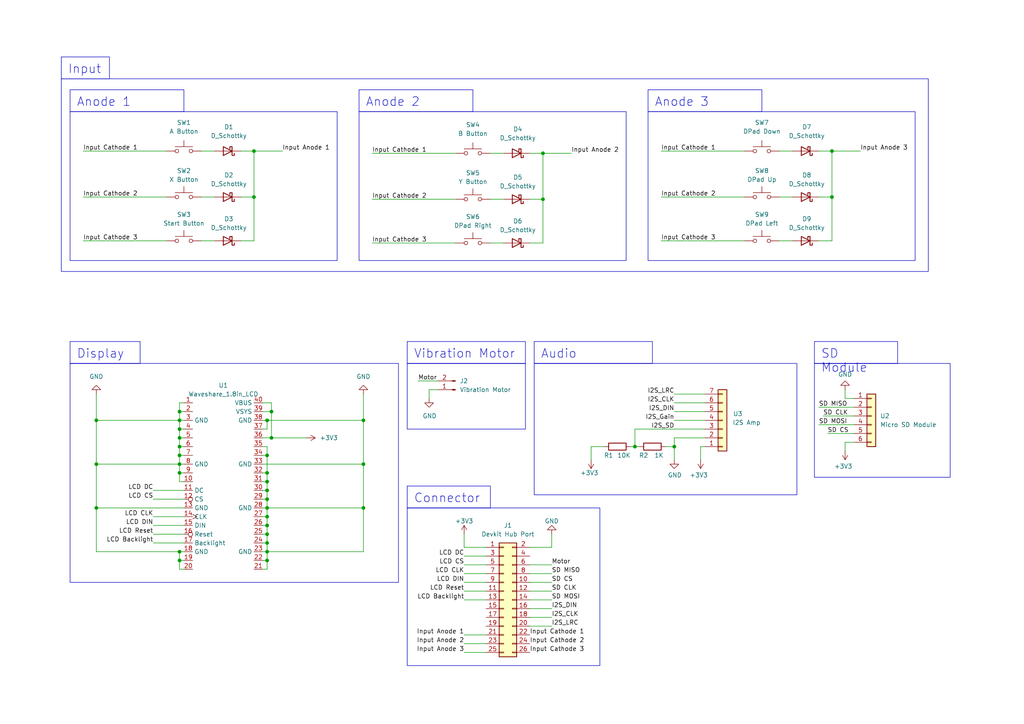
<source format=kicad_sch>
(kicad_sch (version 20230121) (generator eeschema)
  (paper "A4")
  (title_block (title "PICOnsole") (rev "1") (company "Bryce Dixon"))
  (lib_symbols
    (symbol "Connector:Conn_01x02_Male" (pin_names (offset 1.016) hide)
      (property "Reference" "J" (at 0 2.54 0))
      (property "Value" "Conn_01x02_Male" (at 0 -5.08 0))
      (symbol "Conn_01x02_Male_1_1"
        (polyline (pts (xy 1.27 -2.54) (xy 0.8636 -2.54)) (stroke (width 0.1524)))
        (polyline (pts (xy 1.27 0) (xy 0.8636 0)) (stroke (width 0.1524)))
        (rectangle (start 0.8636 -2.413) (end 0 -2.667) (stroke (width 0.1524)) (fill (type outline)))
        (rectangle (start 0.8636 0.127) (end 0 -0.127) (stroke (width 0.1524)) (fill (type outline)))
        (pin passive line (at 5.08 0 180) (length 3.81) (name "Pin_1") (number "1"))
        (pin passive line (at 5.08 -2.54 180) (length 3.81) (name "Pin_2") (number "2"))
      )
    )
    (symbol "Connector_Generic:Conn_01x06" (pin_names (offset 1.016) hide)
      (property "Reference" "J" (at 0 7.62 0))
      (property "Value" "Conn_01x06" (at 0 -10.16 0))
      (symbol "Conn_01x06_1_1"
        (rectangle (start -1.27 -7.493) (end 0 -7.747) (stroke (width 0.1524)))
        (rectangle (start -1.27 -4.953) (end 0 -5.207) (stroke (width 0.1524)))
        (rectangle (start -1.27 -2.413) (end 0 -2.667) (stroke (width 0.1524)))
        (rectangle (start -1.27 0.127) (end 0 -0.127) (stroke (width 0.1524)))
        (rectangle (start -1.27 2.667) (end 0 2.413) (stroke (width 0.1524)))
        (rectangle (start -1.27 5.207) (end 0 4.953) (stroke (width 0.1524)))
        (rectangle (start -1.27 6.35) (end 1.27 -8.89) (stroke (width 0.254)) (fill (type background)))
        (pin passive line (at -5.08 5.08 0) (length 3.81) (name "Pin_1") (number "1"))
        (pin passive line (at -5.08 2.54 0) (length 3.81) (name "Pin_2") (number "2"))
        (pin passive line (at -5.08 0 0) (length 3.81) (name "Pin_3") (number "3"))
        (pin passive line (at -5.08 -2.54 0) (length 3.81) (name "Pin_4") (number "4"))
        (pin passive line (at -5.08 -5.08 0) (length 3.81) (name "Pin_5") (number "5"))
        (pin passive line (at -5.08 -7.62 0) (length 3.81) (name "Pin_6") (number "6"))
      )
    )
    (symbol "Connector_Generic:Conn_01x07" (pin_names (offset 1.016) hide)
      (property "Reference" "J" (at 0 10.16 0))
      (property "Value" "Conn_01x07" (at 0 -10.16 0))
      (symbol "Conn_01x07_1_1"
        (rectangle (start -1.27 -7.493) (end 0 -7.747) (stroke (width 0.1524)))
        (rectangle (start -1.27 -4.953) (end 0 -5.207) (stroke (width 0.1524)))
        (rectangle (start -1.27 -2.413) (end 0 -2.667) (stroke (width 0.1524)))
        (rectangle (start -1.27 0.127) (end 0 -0.127) (stroke (width 0.1524)))
        (rectangle (start -1.27 2.667) (end 0 2.413) (stroke (width 0.1524)))
        (rectangle (start -1.27 5.207) (end 0 4.953) (stroke (width 0.1524)))
        (rectangle (start -1.27 7.747) (end 0 7.493) (stroke (width 0.1524)))
        (rectangle (start -1.27 8.89) (end 1.27 -8.89) (stroke (width 0.254)) (fill (type background)))
        (pin passive line (at -5.08 7.62 0) (length 3.81) (name "Pin_1") (number "1"))
        (pin passive line (at -5.08 5.08 0) (length 3.81) (name "Pin_2") (number "2"))
        (pin passive line (at -5.08 2.54 0) (length 3.81) (name "Pin_3") (number "3"))
        (pin passive line (at -5.08 0 0) (length 3.81) (name "Pin_4") (number "4"))
        (pin passive line (at -5.08 -2.54 0) (length 3.81) (name "Pin_5") (number "5"))
        (pin passive line (at -5.08 -5.08 0) (length 3.81) (name "Pin_6") (number "6"))
        (pin passive line (at -5.08 -7.62 0) (length 3.81) (name "Pin_7") (number "7"))
      )
    )
    (symbol "Connector_Generic:Conn_02x13_Odd_Even" (pin_names (offset 1.016) hide)
      (property "Reference" "J" (at 1.27 17.78 0))
      (property "Value" "Conn_02x13_Odd_Even" (at 1.27 -17.78 0))
      (symbol "Conn_02x13_Odd_Even_1_1"
        (rectangle (start -1.27 -15.113) (end 0 -15.367) (stroke (width 0.1524)))
        (rectangle (start -1.27 -12.573) (end 0 -12.827) (stroke (width 0.1524)))
        (rectangle (start -1.27 -10.033) (end 0 -10.287) (stroke (width 0.1524)))
        (rectangle (start -1.27 -7.493) (end 0 -7.747) (stroke (width 0.1524)))
        (rectangle (start -1.27 -4.953) (end 0 -5.207) (stroke (width 0.1524)))
        (rectangle (start -1.27 -2.413) (end 0 -2.667) (stroke (width 0.1524)))
        (rectangle (start -1.27 0.127) (end 0 -0.127) (stroke (width 0.1524)))
        (rectangle (start -1.27 2.667) (end 0 2.413) (stroke (width 0.1524)))
        (rectangle (start -1.27 5.207) (end 0 4.953) (stroke (width 0.1524)))
        (rectangle (start -1.27 7.747) (end 0 7.493) (stroke (width 0.1524)))
        (rectangle (start -1.27 10.287) (end 0 10.033) (stroke (width 0.1524)))
        (rectangle (start -1.27 12.827) (end 0 12.573) (stroke (width 0.1524)))
        (rectangle (start -1.27 15.367) (end 0 15.113) (stroke (width 0.1524)))
        (rectangle (start -1.27 16.51) (end 3.81 -16.51) (stroke (width 0.254)) (fill (type background)))
        (rectangle (start 3.81 -15.113) (end 2.54 -15.367) (stroke (width 0.1524)))
        (rectangle (start 3.81 -12.573) (end 2.54 -12.827) (stroke (width 0.1524)))
        (rectangle (start 3.81 -10.033) (end 2.54 -10.287) (stroke (width 0.1524)))
        (rectangle (start 3.81 -7.493) (end 2.54 -7.747) (stroke (width 0.1524)))
        (rectangle (start 3.81 -4.953) (end 2.54 -5.207) (stroke (width 0.1524)))
        (rectangle (start 3.81 -2.413) (end 2.54 -2.667) (stroke (width 0.1524)))
        (rectangle (start 3.81 0.127) (end 2.54 -0.127) (stroke (width 0.1524)))
        (rectangle (start 3.81 2.667) (end 2.54 2.413) (stroke (width 0.1524)))
        (rectangle (start 3.81 5.207) (end 2.54 4.953) (stroke (width 0.1524)))
        (rectangle (start 3.81 7.747) (end 2.54 7.493) (stroke (width 0.1524)))
        (rectangle (start 3.81 10.287) (end 2.54 10.033) (stroke (width 0.1524)))
        (rectangle (start 3.81 12.827) (end 2.54 12.573) (stroke (width 0.1524)))
        (rectangle (start 3.81 15.367) (end 2.54 15.113) (stroke (width 0.1524)))
        (pin passive line (at -5.08 15.24 0) (length 3.81) (name "Pin_1") (number "1"))
        (pin passive line (at 7.62 5.08 180) (length 3.81) (name "Pin_10") (number "10"))
        (pin passive line (at -5.08 2.54 0) (length 3.81) (name "Pin_11") (number "11"))
        (pin passive line (at 7.62 2.54 180) (length 3.81) (name "Pin_12") (number "12"))
        (pin passive line (at -5.08 0 0) (length 3.81) (name "Pin_13") (number "13"))
        (pin passive line (at 7.62 0 180) (length 3.81) (name "Pin_14") (number "14"))
        (pin passive line (at -5.08 -2.54 0) (length 3.81) (name "Pin_15") (number "15"))
        (pin passive line (at 7.62 -2.54 180) (length 3.81) (name "Pin_16") (number "16"))
        (pin passive line (at -5.08 -5.08 0) (length 3.81) (name "Pin_17") (number "17"))
        (pin passive line (at 7.62 -5.08 180) (length 3.81) (name "Pin_18") (number "18"))
        (pin passive line (at -5.08 -7.62 0) (length 3.81) (name "Pin_19") (number "19"))
        (pin passive line (at 7.62 15.24 180) (length 3.81) (name "Pin_2") (number "2"))
        (pin passive line (at 7.62 -7.62 180) (length 3.81) (name "Pin_20") (number "20"))
        (pin passive line (at -5.08 -10.16 0) (length 3.81) (name "Pin_21") (number "21"))
        (pin passive line (at 7.62 -10.16 180) (length 3.81) (name "Pin_22") (number "22"))
        (pin passive line (at -5.08 -12.7 0) (length 3.81) (name "Pin_23") (number "23"))
        (pin passive line (at 7.62 -12.7 180) (length 3.81) (name "Pin_24") (number "24"))
        (pin passive line (at -5.08 -15.24 0) (length 3.81) (name "Pin_25") (number "25"))
        (pin passive line (at 7.62 -15.24 180) (length 3.81) (name "Pin_26") (number "26"))
        (pin passive line (at -5.08 12.7 0) (length 3.81) (name "Pin_3") (number "3"))
        (pin passive line (at 7.62 12.7 180) (length 3.81) (name "Pin_4") (number "4"))
        (pin passive line (at -5.08 10.16 0) (length 3.81) (name "Pin_5") (number "5"))
        (pin passive line (at 7.62 10.16 180) (length 3.81) (name "Pin_6") (number "6"))
        (pin passive line (at -5.08 7.62 0) (length 3.81) (name "Pin_7") (number "7"))
        (pin passive line (at 7.62 7.62 180) (length 3.81) (name "Pin_8") (number "8"))
        (pin passive line (at -5.08 5.08 0) (length 3.81) (name "Pin_9") (number "9"))
      )
    )
    (symbol "Device:D_Schottky" (pin_numbers hide) (pin_names (offset 1.016) hide)
      (property "Reference" "D" (at 0 2.54 0))
      (property "Value" "D_Schottky" (at 0 -2.54 0))
      (symbol "D_Schottky_0_1"
        (polyline (pts (xy 1.27 0) (xy -1.27 0)))
        (polyline (pts (xy 1.27 1.27) (xy 1.27 -1.27) (xy -1.27 0) (xy 1.27 1.27)) (stroke (width 0.254)))
        (polyline (pts (xy -1.905 0.635) (xy -1.905 1.27) (xy -1.27 1.27) (xy -1.27 -1.27) (xy -0.635 -1.27) (xy -0.635 -0.635)) (stroke (width 0.254)))
      )
      (symbol "D_Schottky_1_1"
        (pin passive line (at -3.81 0 0) (length 2.54) (name "K") (number "1"))
        (pin passive line (at 3.81 0 180) (length 2.54) (name "A") (number "2"))
      )
    )
    (symbol "Device:R" (pin_numbers hide) (pin_names (offset 0))
      (property "Reference" "R" (at 2.032 0 90))
      (property "Value" "R" (at 0 0 90))
      (symbol "R_0_1"
        (rectangle (start -1.016 -2.54) (end 1.016 2.54) (stroke (width 0.254)))
      )
      (symbol "R_1_1"
        (pin passive line (at 0 3.81 270) (length 1.27) (name "~") (number "1"))
        (pin passive line (at 0 -3.81 90) (length 1.27) (name "~") (number "2"))
      )
    )
    (symbol "PICOnsole:Waveshare_1.8in_LCD"
      (property "Reference" "U2" (at 0 16.51 0))
      (property "Value" "Waveshare_1.8in_LCD" (at 0 13.97 0))
      (symbol "Waveshare_1.8in_LCD_0_0"
        (pin free line (at -11.43 11.43 0) (length 2.54) (name "") (number "1"))
        (pin free line (at -11.43 -11.43 0) (length 2.54) (name "") (number "10"))
        (pin input line (at -11.43 -13.97 0) (length 2.54) (name "DC") (number "11"))
        (pin input inverted (at -11.43 -16.51 0) (length 2.54) (name "CS") (number "12"))
        (pin power_in line (at -11.43 -19.05 0) (length 2.54) (name "GND") (number "13"))
        (pin input clock (at -11.43 -21.59 0) (length 2.54) (name "CLK") (number "14"))
        (pin input line (at -11.43 -24.13 0) (length 2.54) (name "DIN") (number "15"))
        (pin input inverted (at -11.43 -26.67 0) (length 2.54) (name "Reset") (number "16"))
        (pin input line (at -11.43 -29.21 0) (length 2.54) (name "Backlight") (number "17"))
        (pin power_in line (at -11.43 -31.75 0) (length 2.54) (name "GND") (number "18"))
        (pin free line (at -11.43 -34.29 0) (length 2.54) (name "") (number "19"))
        (pin free line (at -11.43 8.89 0) (length 2.54) (name "") (number "2"))
        (pin free line (at -11.43 -36.83 0) (length 2.54) (name "") (number "20"))
        (pin free line (at 11.43 -36.83 180) (length 2.54) (name "") (number "21"))
        (pin free line (at 11.43 -34.29 180) (length 2.54) (name "") (number "22"))
        (pin power_in line (at 11.43 -31.75 180) (length 2.54) (name "GND") (number "23"))
        (pin free line (at 11.43 -29.21 180) (length 2.54) (name "") (number "24"))
        (pin free line (at 11.43 -26.67 180) (length 2.54) (name "") (number "25"))
        (pin free line (at 11.43 -24.13 180) (length 2.54) (name "") (number "26"))
        (pin free line (at 11.43 -21.59 180) (length 2.54) (name "") (number "27"))
        (pin power_in line (at 11.43 -19.05 180) (length 2.54) (name "GND") (number "28"))
        (pin free line (at 11.43 -16.51 180) (length 2.54) (name "") (number "29"))
        (pin power_in line (at -11.43 6.35 0) (length 2.54) (name "GND") (number "3"))
        (pin free line (at 11.43 -13.97 180) (length 2.54) (name "") (number "30"))
        (pin free line (at 11.43 -11.43 180) (length 2.54) (name "") (number "31"))
        (pin free line (at 11.43 -8.89 180) (length 2.54) (name "") (number "32"))
        (pin power_in line (at 11.43 -6.35 180) (length 2.54) (name "GND") (number "33"))
        (pin free line (at 11.43 -3.81 180) (length 2.54) (name "") (number "34"))
        (pin free line (at 11.43 -1.27 180) (length 2.54) (name "") (number "35"))
        (pin free line (at 11.43 1.27 180) (length 2.54) (name "") (number "36"))
        (pin free line (at 11.43 3.81 180) (length 2.54) (name "") (number "37"))
        (pin power_in line (at 11.43 6.35 180) (length 2.54) (name "GND") (number "38"))
        (pin power_in line (at 11.43 8.89 180) (length 2.54) (name "VSYS") (number "39"))
        (pin free line (at -11.43 3.81 0) (length 2.54) (name "") (number "4"))
        (pin power_in line (at 11.43 11.43 180) (length 2.54) (name "VBUS") (number "40"))
        (pin free line (at -11.43 1.27 0) (length 2.54) (name "") (number "5"))
        (pin free line (at -11.43 -1.27 0) (length 2.54) (name "") (number "6"))
        (pin free line (at -11.43 -3.81 0) (length 2.54) (name "") (number "7"))
        (pin power_in line (at -11.43 -6.35 0) (length 2.54) (name "GND") (number "8"))
        (pin free line (at -11.43 -8.89 0) (length 2.54) (name "") (number "9"))
      )
    )
    (symbol "Switch:SW_Push" (pin_numbers hide) (pin_names (offset 1.016) hide)
      (property "Reference" "SW" (at 1.27 2.54 0))
      (property "Value" "SW_Push" (at 0 -1.524 0))
      (symbol "SW_Push_0_1"
        (circle (center -2.032 0) (radius 0.508))
        (polyline (pts (xy 0 1.27) (xy 0 3.048)))
        (polyline (pts (xy 2.54 1.27) (xy -2.54 1.27)))
        (circle (center 2.032 0) (radius 0.508))
        (pin passive line (at -5.08 0 0) (length 2.54) (name "1") (number "1"))
        (pin passive line (at 5.08 0 180) (length 2.54) (name "2") (number "2"))
      )
    )
    (symbol "power:+3.3V" (power) (pin_names (offset 0))
      (property "Value" "+3.3V" (at 0 3.556 0))
      (symbol "+3.3V_0_1"
        (polyline (pts (xy -0.762 1.27) (xy 0 2.54)))
        (polyline (pts (xy 0 0) (xy 0 2.54)))
        (polyline (pts (xy 0 2.54) (xy 0.762 1.27)))
      )
      (symbol "+3.3V_1_1"
        (pin power_in line (at 0 0 90) (length 0) hide (name "+3V3") (number "1"))
      )
    )
    (symbol "power:+3V3" (power) (pin_names (offset 0))
      (property "Value" "+3V3" (at 0 3.556 0))
      (symbol "+3V3_0_1"
        (polyline (pts (xy -0.762 1.27) (xy 0 2.54)))
        (polyline (pts (xy 0 0) (xy 0 2.54)))
        (polyline (pts (xy 0 2.54) (xy 0.762 1.27)))
      )
      (symbol "+3V3_1_1"
        (pin power_in line (at 0 0 90) (length 0) hide (name "+3V3") (number "1"))
      )
    )
    (symbol "power:GND" (power) (pin_names (offset 0))
      (property "Value" "GND" (at 0 -3.81 0))
      (symbol "GND_0_1"
        (polyline (pts (xy 0 0) (xy 0 -1.27) (xy 1.27 -1.27) (xy 0 -2.54) (xy -1.27 -1.27) (xy 0 -1.27)))
      )
      (symbol "GND_1_1"
        (pin power_in line (at 0 0 270) (length 0) hide (name "GND") (number "1"))
      )
    )
  )
  (junction (at 52.07 119.38))
  (junction (at 78.74 127))
  (junction (at 52.07 127))
  (junction (at 241.3 57.15))
  (junction (at 241.3 43.815))
  (junction (at 157.48 57.785))
  (junction (at 195.58 129.54))
  (junction (at 52.07 137.16))
  (junction (at 77.47 137.16))
  (junction (at 184.15 129.54))
  (junction (at 27.94 147.32))
  (junction (at 77.47 142.24))
  (junction (at 73.66 43.815))
  (junction (at 77.47 154.94))
  (junction (at 73.66 57.15))
  (junction (at 77.47 147.32))
  (junction (at 77.47 121.92))
  (junction (at 77.47 149.86))
  (junction (at 27.94 134.62))
  (junction (at 77.47 160.02))
  (junction (at 52.07 132.08))
  (junction (at 52.07 162.56))
  (junction (at 52.07 129.54))
  (junction (at 27.94 121.92))
  (junction (at 105.41 147.32))
  (junction (at 52.07 121.92))
  (junction (at 105.41 121.92))
  (junction (at 157.48 44.45))
  (junction (at 77.47 139.7))
  (junction (at 52.07 160.02))
  (junction (at 77.47 144.78))
  (junction (at 105.41 134.62))
  (junction (at 77.47 162.56))
  (junction (at 52.07 134.62))
  (junction (at 78.74 119.38))
  (junction (at 77.47 132.08))
  (junction (at 77.47 157.48))
  (junction (at 52.07 124.46))
  (junction (at 77.47 152.4))
  (wire (pts (xy 184.15 124.46) (xy 204.47 124.46)))
  (wire (pts (xy 191.77 57.15) (xy 215.9 57.15)))
  (wire (pts (xy 88.9 127) (xy 78.74 127)))
  (wire (pts (xy 203.2 129.54) (xy 204.47 129.54)))
  (wire (pts (xy 77.47 121.92) (xy 105.41 121.92)))
  (wire (pts (xy 171.45 129.54) (xy 171.45 133.35)))
  (wire (pts (xy 134.62 161.29) (xy 140.97 161.29)))
  (wire (pts (xy 24.13 43.815) (xy 48.26 43.815)))
  (wire (pts (xy 52.07 137.16) (xy 52.07 139.7)))
  (wire (pts (xy 58.42 57.15) (xy 62.23 57.15)))
  (wire (pts (xy 52.07 129.54) (xy 52.07 127)))
  (wire (pts (xy 160.02 179.07) (xy 153.67 179.07)))
  (wire (pts (xy 105.41 147.32) (xy 77.47 147.32)))
  (wire (pts (xy 52.07 134.62) (xy 53.34 134.62)))
  (wire (pts (xy 127 113.03) (xy 124.46 113.03)))
  (wire (pts (xy 240.03 125.73) (xy 247.65 125.73)))
  (wire (pts (xy 121.285 110.49) (xy 127 110.49)))
  (wire (pts (xy 157.48 44.45) (xy 157.48 57.785)))
  (wire (pts (xy 27.94 147.32) (xy 53.34 147.32)))
  (wire (pts (xy 53.34 127) (xy 52.07 127)))
  (wire (pts (xy 78.74 116.84) (xy 78.74 119.38)))
  (wire (pts (xy 160.02 171.45) (xy 153.67 171.45)))
  (wire (pts (xy 78.74 119.38) (xy 78.74 127)))
  (wire (pts (xy 157.48 57.785) (xy 157.48 70.485)))
  (wire (pts (xy 134.62 171.45) (xy 140.97 171.45)))
  (wire (pts (xy 76.2 149.86) (xy 77.47 149.86)))
  (wire (pts (xy 27.94 134.62) (xy 27.94 147.32)))
  (wire (pts (xy 245.11 113.03) (xy 245.11 115.57)))
  (wire (pts (xy 53.34 157.48) (xy 44.45 157.48)))
  (wire (pts (xy 53.34 116.84) (xy 52.07 116.84)))
  (wire (pts (xy 160.02 163.83) (xy 153.67 163.83)))
  (wire (pts (xy 76.2 119.38) (xy 78.74 119.38)))
  (wire (pts (xy 52.07 129.54) (xy 52.07 132.08)))
  (wire (pts (xy 226.06 69.85) (xy 229.87 69.85)))
  (wire (pts (xy 76.2 144.78) (xy 77.47 144.78)))
  (wire (pts (xy 193.04 129.54) (xy 195.58 129.54)))
  (wire (pts (xy 237.49 57.15) (xy 241.3 57.15)))
  (wire (pts (xy 53.34 162.56) (xy 52.07 162.56)))
  (wire (pts (xy 24.13 69.85) (xy 48.26 69.85)))
  (wire (pts (xy 77.47 147.32) (xy 76.2 147.32)))
  (wire (pts (xy 52.07 137.16) (xy 52.07 134.62)))
  (wire (pts (xy 107.95 57.785) (xy 132.08 57.785)))
  (wire (pts (xy 53.34 149.86) (xy 44.45 149.86)))
  (wire (pts (xy 53.34 129.54) (xy 52.07 129.54)))
  (wire (pts (xy 76.2 124.46) (xy 77.47 124.46)))
  (wire (pts (xy 76.2 165.1) (xy 77.47 165.1)))
  (wire (pts (xy 53.34 154.94) (xy 44.45 154.94)))
  (wire (pts (xy 53.34 132.08) (xy 52.07 132.08)))
  (wire (pts (xy 76.2 152.4) (xy 77.47 152.4)))
  (wire (pts (xy 195.58 129.54) (xy 195.58 133.35)))
  (wire (pts (xy 77.47 160.02) (xy 76.2 160.02)))
  (wire (pts (xy 77.47 144.78) (xy 77.47 147.32)))
  (wire (pts (xy 160.02 158.75) (xy 153.67 158.75)))
  (wire (pts (xy 195.58 114.3) (xy 204.47 114.3)))
  (wire (pts (xy 52.07 132.08) (xy 52.07 134.62)))
  (wire (pts (xy 107.95 44.45) (xy 132.08 44.45)))
  (wire (pts (xy 134.62 186.69) (xy 140.97 186.69)))
  (wire (pts (xy 27.94 134.62) (xy 52.07 134.62)))
  (wire (pts (xy 241.3 43.815) (xy 241.3 57.15)))
  (wire (pts (xy 77.47 132.08) (xy 77.47 129.54)))
  (wire (pts (xy 76.2 139.7) (xy 77.47 139.7)))
  (wire (pts (xy 73.66 43.815) (xy 73.66 57.15)))
  (wire (pts (xy 160.02 166.37) (xy 153.67 166.37)))
  (wire (pts (xy 77.47 165.1) (xy 77.47 162.56)))
  (wire (pts (xy 53.34 152.4) (xy 44.45 152.4)))
  (wire (pts (xy 184.15 124.46) (xy 184.15 129.54)))
  (wire (pts (xy 52.07 119.38) (xy 52.07 121.92)))
  (wire (pts (xy 184.15 129.54) (xy 185.42 129.54)))
  (wire (pts (xy 237.49 123.19) (xy 247.65 123.19)))
  (wire (pts (xy 195.58 127) (xy 195.58 129.54)))
  (wire (pts (xy 204.47 127) (xy 195.58 127)))
  (wire (pts (xy 191.77 43.815) (xy 215.9 43.815)))
  (wire (pts (xy 134.62 166.37) (xy 140.97 166.37)))
  (wire (pts (xy 53.34 124.46) (xy 52.07 124.46)))
  (wire (pts (xy 76.2 157.48) (xy 77.47 157.48)))
  (wire (pts (xy 52.07 139.7) (xy 53.34 139.7)))
  (wire (pts (xy 77.47 129.54) (xy 76.2 129.54)))
  (wire (pts (xy 77.47 152.4) (xy 77.47 149.86)))
  (wire (pts (xy 53.34 119.38) (xy 52.07 119.38)))
  (wire (pts (xy 77.47 162.56) (xy 76.2 162.56)))
  (wire (pts (xy 77.47 154.94) (xy 77.47 157.48)))
  (wire (pts (xy 52.07 116.84) (xy 52.07 119.38)))
  (wire (pts (xy 241.3 57.15) (xy 241.3 69.85)))
  (wire (pts (xy 195.58 116.84) (xy 204.47 116.84)))
  (wire (pts (xy 142.24 44.45) (xy 146.05 44.45)))
  (wire (pts (xy 52.07 165.1) (xy 53.34 165.1)))
  (wire (pts (xy 76.2 142.24) (xy 77.47 142.24)))
  (wire (pts (xy 134.62 168.91) (xy 140.97 168.91)))
  (wire (pts (xy 142.24 57.785) (xy 146.05 57.785)))
  (wire (pts (xy 195.58 119.38) (xy 204.47 119.38)))
  (wire (pts (xy 69.85 43.815) (xy 73.66 43.815)))
  (wire (pts (xy 27.94 121.92) (xy 27.94 134.62)))
  (wire (pts (xy 76.2 121.92) (xy 77.47 121.92)))
  (wire (pts (xy 77.47 124.46) (xy 77.47 121.92)))
  (wire (pts (xy 77.47 160.02) (xy 77.47 162.56)))
  (wire (pts (xy 107.95 70.485) (xy 132.08 70.485)))
  (wire (pts (xy 105.41 121.92) (xy 105.41 134.62)))
  (wire (pts (xy 53.34 144.78) (xy 44.45 144.78)))
  (wire (pts (xy 76.2 116.84) (xy 78.74 116.84)))
  (wire (pts (xy 182.88 129.54) (xy 184.15 129.54)))
  (wire (pts (xy 27.94 147.32) (xy 27.94 160.02)))
  (wire (pts (xy 81.915 43.815) (xy 73.66 43.815)))
  (wire (pts (xy 160.02 181.61) (xy 153.67 181.61)))
  (wire (pts (xy 134.62 189.23) (xy 140.97 189.23)))
  (wire (pts (xy 78.74 127) (xy 76.2 127)))
  (wire (pts (xy 77.47 137.16) (xy 77.47 132.08)))
  (wire (pts (xy 27.94 121.92) (xy 52.07 121.92)))
  (wire (pts (xy 134.62 173.99) (xy 140.97 173.99)))
  (wire (pts (xy 203.2 133.35) (xy 203.2 129.54)))
  (wire (pts (xy 52.07 162.56) (xy 52.07 165.1)))
  (wire (pts (xy 27.94 114.3) (xy 27.94 121.92)))
  (wire (pts (xy 241.3 69.85) (xy 237.49 69.85)))
  (wire (pts (xy 52.07 124.46) (xy 52.07 121.92)))
  (wire (pts (xy 76.2 137.16) (xy 77.47 137.16)))
  (wire (pts (xy 249.555 43.815) (xy 241.3 43.815)))
  (wire (pts (xy 76.2 154.94) (xy 77.47 154.94)))
  (wire (pts (xy 124.46 113.03) (xy 124.46 115.57)))
  (wire (pts (xy 237.49 43.815) (xy 241.3 43.815)))
  (wire (pts (xy 238.76 120.65) (xy 247.65 120.65)))
  (wire (pts (xy 195.58 121.92) (xy 204.47 121.92)))
  (wire (pts (xy 134.62 154.94) (xy 134.62 158.75)))
  (wire (pts (xy 77.47 142.24) (xy 77.47 139.7)))
  (wire (pts (xy 160.02 168.91) (xy 153.67 168.91)))
  (wire (pts (xy 105.41 114.3) (xy 105.41 121.92)))
  (wire (pts (xy 153.67 44.45) (xy 157.48 44.45)))
  (wire (pts (xy 160.02 176.53) (xy 153.67 176.53)))
  (wire (pts (xy 77.47 152.4) (xy 77.47 154.94)))
  (wire (pts (xy 191.77 69.85) (xy 215.9 69.85)))
  (wire (pts (xy 105.41 160.02) (xy 77.47 160.02)))
  (wire (pts (xy 52.07 127) (xy 52.07 124.46)))
  (wire (pts (xy 53.34 137.16) (xy 52.07 137.16)))
  (wire (pts (xy 77.47 149.86) (xy 77.47 147.32)))
  (wire (pts (xy 52.07 160.02) (xy 53.34 160.02)))
  (wire (pts (xy 27.94 160.02) (xy 52.07 160.02)))
  (wire (pts (xy 24.13 57.15) (xy 48.26 57.15)))
  (wire (pts (xy 53.34 142.24) (xy 44.45 142.24)))
  (wire (pts (xy 52.07 121.92) (xy 53.34 121.92)))
  (wire (pts (xy 105.41 147.32) (xy 105.41 160.02)))
  (wire (pts (xy 76.2 132.08) (xy 77.47 132.08)))
  (wire (pts (xy 142.24 70.485) (xy 146.05 70.485)))
  (wire (pts (xy 58.42 43.815) (xy 62.23 43.815)))
  (wire (pts (xy 160.02 173.99) (xy 153.67 173.99)))
  (wire (pts (xy 52.07 162.56) (xy 52.07 160.02)))
  (wire (pts (xy 160.02 154.94) (xy 160.02 158.75)))
  (wire (pts (xy 105.41 134.62) (xy 105.41 147.32)))
  (wire (pts (xy 157.48 70.485) (xy 153.67 70.485)))
  (wire (pts (xy 134.62 158.75) (xy 140.97 158.75)))
  (wire (pts (xy 245.11 115.57) (xy 247.65 115.57)))
  (wire (pts (xy 153.67 57.785) (xy 157.48 57.785)))
  (wire (pts (xy 134.62 163.83) (xy 140.97 163.83)))
  (wire (pts (xy 171.45 129.54) (xy 175.26 129.54)))
  (wire (pts (xy 69.85 57.15) (xy 73.66 57.15)))
  (wire (pts (xy 76.2 134.62) (xy 105.41 134.62)))
  (wire (pts (xy 77.47 144.78) (xy 77.47 142.24)))
  (wire (pts (xy 226.06 57.15) (xy 229.87 57.15)))
  (wire (pts (xy 134.62 184.15) (xy 140.97 184.15)))
  (wire (pts (xy 58.42 69.85) (xy 62.23 69.85)))
  (wire (pts (xy 245.11 128.27) (xy 245.11 130.81)))
  (wire (pts (xy 237.49 118.11) (xy 247.65 118.11)))
  (wire (pts (xy 73.66 57.15) (xy 73.66 69.85)))
  (wire (pts (xy 77.47 157.48) (xy 77.47 160.02)))
  (wire (pts (xy 77.47 139.7) (xy 77.47 137.16)))
  (wire (pts (xy 226.06 43.815) (xy 229.87 43.815)))
  (wire (pts (xy 165.735 44.45) (xy 157.48 44.45)))
  (wire (pts (xy 73.66 69.85) (xy 69.85 69.85)))
  (wire (pts (xy 245.11 128.27) (xy 247.65 128.27)))
  (rectangle (start 154.94 105.41) (end 231.14 143.51))
  (rectangle (start 118.11 105.41) (end 152.4 124.46))
  (rectangle (start 236.22 105.41) (end 275.59 138.43))
  (rectangle (start 104.14 32.385) (end 181.61 75.565))
  (rectangle (start 20.32 105.41) (end 115.57 168.91))
  (rectangle (start 187.96 32.385) (end 265.43 75.565))
  (rectangle (start 17.78 22.86) (end 269.24 78.74))
  (rectangle (start 118.11 147.32) (end 173.99 193.04))
  (rectangle (start 20.32 32.385) (end 97.79 75.565))
  (text_box "Input" (at 17.78 16.51 0) (size 13.97 6.35) (effects (font (size 2.54 2.54)) (justify left top)))
  (text_box "Connector" (at 118.11 140.97 0) (size 24.13 6.35) (effects (font (size 2.54 2.54)) (justify left top)))
  (text_box "Anode 3" (at 187.96 26.035 0) (size 33.02 6.35) (effects (font (size 2.54 2.54)) (justify left top)))
  (text_box "Anode 2" (at 104.14 26.035 0) (size 33.02 6.35) (effects (font (size 2.54 2.54)) (justify left top)))
  (text_box "Anode 1" (at 20.32 26.035 0) (size 33.02 6.35) (effects (font (size 2.54 2.54)) (justify left top)))
  (text_box "Display" (at 20.32 99.06 0) (size 20.32 6.35) (effects (font (size 2.54 2.54)) (justify left top)))
  (text_box "Vibration Motor" (at 118.11 99.06 0) (size 34.29 6.35) (effects (font (size 2.54 2.54)) (justify left top)))
  (text_box "SD Module" (at 236.22 99.06 0) (size 24.13 6.35) (effects (font (size 2.54 2.54)) (justify left top)))
  (text_box "Audio" (at 154.94 99.06 0) (size 34.29 6.35) (effects (font (size 2.54 2.54)) (justify left top)))
  (label "Input Cathode 3" (at 24.13 69.85 0))
  (label "Input Anode 3" (at 134.62 189.23 180))
  (label "LCD CS" (at 44.45 144.78 180))
  (label "I2S_CLK" (at 195.58 116.84 180))
  (label "Input Cathode 2" (at 191.77 57.15 0))
  (label "I2S_DIN" (at 160.02 176.53 0))
  (label "LCD CLK" (at 134.62 166.37 180))
  (label "SD MOSI" (at 160.02 173.99 0))
  (label "SD CLK" (at 160.02 171.45 0))
  (label "LCD Backlight" (at 44.45 157.48 180))
  (label "LCD DIN" (at 134.62 168.91 180))
  (label "Input Cathode 1" (at 24.13 43.815 0))
  (label "Input Cathode 3" (at 107.95 70.485 0))
  (label "LCD Backlight" (at 134.62 173.99 180))
  (label "I2S_CLK" (at 160.02 179.07 0))
  (label "Input Anode 1" (at 134.62 184.15 180))
  (label "Input Cathode 1" (at 107.95 44.45 0))
  (label "LCD DC" (at 134.62 161.29 180))
  (label "Input Cathode 3" (at 191.77 69.85 0))
  (label "SD CS" (at 160.02 168.91 0))
  (label "LCD DIN" (at 44.45 152.4 180))
  (label "SD CS" (at 240.03 125.73 0))
  (label "LCD CS" (at 134.62 163.83 180))
  (label "Input Cathode 1" (at 153.67 184.15 0))
  (label "Input Cathode 1" (at 191.77 43.815 0))
  (label "Input Cathode 2" (at 107.95 57.785 0))
  (label "Motor" (at 160.02 163.83 0))
  (label "Input Anode 3" (at 249.555 43.815 0))
  (label "SD MOSI" (at 237.49 123.19 0))
  (label "I2S_Gain" (at 195.58 121.92 180))
  (label "I2S_DIN" (at 195.58 119.38 180))
  (label "Input Cathode 3" (at 153.67 189.23 0))
  (label "Input Anode 1" (at 81.915 43.815 0))
  (label "LCD Reset" (at 44.45 154.94 180))
  (label "SD MISO" (at 160.02 166.37 0))
  (label "SD MISO" (at 237.49 118.11 0))
  (label "I2S_LRC" (at 160.02 181.61 0))
  (label "LCD Reset" (at 134.62 171.45 180))
  (label "Motor" (at 121.285 110.49 0))
  (label "I2S_SD" (at 195.58 124.46 180))
  (label "LCD CLK" (at 44.45 149.86 180))
  (label "Input Cathode 2" (at 24.13 57.15 0))
  (label "SD CLK" (at 238.76 120.65 0))
  (label "LCD DC" (at 44.45 142.24 180))
  (label "Input Anode 2" (at 165.735 44.45 0))
  (label "I2S_LRC" (at 195.58 114.3 180))
  (label "Input Cathode 2" (at 153.67 186.69 0))
  (label "Input Anode 2" (at 134.62 186.69 180))
  (symbol (lib_id "Switch:SW_Push") (at 137.16 57.785 0) (unit 1)
    (property "Reference" "SW5" (at 137.16 50.165 0))
    (property "Value" "Y Button" (at 137.16 52.705 0))
    (property "Footprint" "Button_Switch_THT:SW_PUSH-12mm" (effects hide))
  )
  (symbol (lib_id "power:+3.3V") (at 245.11 130.81 180) (unit 1)
    (property "Reference" "#PWR02" (effects hide))
    (property "Value" "+3.3V" (at 241.935 135.255 0) (effects (justify right)))
  )
  (symbol (lib_id "Switch:SW_Push") (at 53.34 57.15 0) (unit 1)
    (property "Reference" "SW2" (at 53.34 49.53 0))
    (property "Value" "X Button" (at 53.34 52.07 0))
    (property "Footprint" "Button_Switch_THT:SW_PUSH-12mm" (effects hide))
  )
  (symbol (lib_id "Connector_Generic:Conn_01x07") (at 209.55 121.92 0) (mirror x) (unit 1)
    (property "Reference" "U3" (at 213.995 120.015 0))
    (property "Value" "I2S Amp" (at 216.535 122.555 0))
    (property "Footprint" "Connector_PinHeader_2.54mm:PinHeader_1x07_P2.54mm_Vertical" (effects hide))
  )
  (symbol (lib_id "Switch:SW_Push") (at 137.16 70.485 0) (unit 1)
    (property "Reference" "SW6" (at 137.16 62.865 0))
    (property "Value" "DPad Right" (at 137.16 65.405 0))
    (property "Footprint" "Button_Switch_THT:SW_PUSH-12mm" (effects hide))
  )
  (symbol (lib_id "power:GND") (at 195.58 133.35 0) (unit 1)
    (property "Reference" "#PWR012" (effects hide))
    (property "Value" "GND" (at 193.675 137.795 0) (effects (justify left)))
  )
  (symbol (lib_id "Device:D_Schottky") (at 149.86 70.485 180) (unit 1)
    (property "Reference" "D6" (at 150.1775 64.135 0))
    (property "Value" "D_Schottky" (at 150.1775 66.675 0))
    (property "Footprint" "Diode_THT:D_A-405_P10.16mm_Horizontal" (effects hide))
  )
  (symbol (lib_id "power:GND") (at 105.41 114.3 180) (unit 1)
    (property "Reference" "#PWR07" (effects hide))
    (property "Value" "GND" (at 105.41 109.22 0))
  )
  (symbol (lib_id "Device:D_Schottky") (at 66.04 57.15 180) (unit 1)
    (property "Reference" "D2" (at 66.3575 50.8 0))
    (property "Value" "D_Schottky" (at 66.3575 53.34 0))
    (property "Footprint" "Diode_THT:D_A-405_P10.16mm_Horizontal" (effects hide))
  )
  (symbol (lib_id "power:+3.3V") (at 88.9 127 270) (unit 1)
    (property "Reference" "#PWR06" (effects hide))
    (property "Value" "+3.3V" (at 92.71 126.9999 90) (effects (justify left)))
  )
  (symbol (lib_id "Switch:SW_Push") (at 220.98 69.85 0) (unit 1)
    (property "Reference" "SW9" (at 220.98 62.23 0))
    (property "Value" "DPad Left" (at 220.98 64.77 0))
    (property "Footprint" "Button_Switch_THT:SW_PUSH-12mm" (effects hide))
  )
  (symbol (lib_id "Connector:Conn_01x02_Male") (at 132.08 113.03 180) (unit 1)
    (property "Reference" "J2" (at 133.35 110.49 0) (effects (justify right)))
    (property "Value" "Vibration Motor" (at 133.35 113.03 0) (effects (justify right)))
    (property "Footprint" "Connector_PinHeader_2.54mm:PinHeader_1x02_P2.54mm_Vertical" (effects hide))
  )
  (symbol (lib_id "Device:D_Schottky") (at 233.68 57.15 180) (unit 1)
    (property "Reference" "D8" (at 233.9975 50.8 0))
    (property "Value" "D_Schottky" (at 233.9975 53.34 0))
    (property "Footprint" "Diode_THT:D_A-405_P10.16mm_Horizontal" (effects hide))
  )
  (symbol (lib_id "power:+3V3") (at 134.62 154.94 0) (unit 1)
    (property "Reference" "#PWR014" (effects hide))
    (property "Value" "+3V3" (at 134.62 151.13 0))
  )
  (symbol (lib_id "Switch:SW_Push") (at 53.34 43.815 0) (unit 1)
    (property "Reference" "SW1" (at 53.34 35.56 0))
    (property "Value" "A Button" (at 53.34 38.1 0))
    (property "Footprint" "Button_Switch_THT:SW_PUSH-12mm" (effects hide))
  )
  (symbol (lib_id "Device:D_Schottky") (at 233.68 43.815 180) (unit 1)
    (property "Reference" "D7" (at 233.9975 36.83 0))
    (property "Value" "D_Schottky" (at 233.9975 39.37 0))
    (property "Footprint" "Diode_THT:D_A-405_P10.16mm_Horizontal" (effects hide))
  )
  (symbol (lib_id "Device:D_Schottky") (at 233.68 69.85 180) (unit 1)
    (property "Reference" "D9" (at 233.9975 63.5 0))
    (property "Value" "D_Schottky" (at 233.9975 66.04 0))
    (property "Footprint" "Diode_THT:D_A-405_P10.16mm_Horizontal" (effects hide))
  )
  (symbol (lib_id "Device:R") (at 189.23 129.54 270) (unit 1)
    (property "Reference" "R2" (at 186.69 132.08 90))
    (property "Value" "1K" (at 191.135 132.08 90))
    (property "Footprint" "Resistor_SMD:R_0805_2012Metric_Pad1.20x1.40mm_HandSolder" (effects hide))
  )
  (symbol (lib_id "Switch:SW_Push") (at 220.98 57.15 0) (unit 1)
    (property "Reference" "SW8" (at 220.98 49.53 0))
    (property "Value" "DPad Up" (at 220.98 52.07 0))
    (property "Footprint" "Button_Switch_THT:SW_PUSH-12mm" (effects hide))
  )
  (symbol (lib_id "power:GND") (at 245.11 113.03 180) (unit 1)
    (property "Reference" "#PWR01" (effects hide))
    (property "Value" "GND" (at 245.11 108.585 0))
  )
  (symbol (lib_id "Connector_Generic:Conn_02x13_Odd_Even") (at 146.05 173.99 0) (unit 1)
    (property "Reference" "J1" (at 147.32 152.4 0))
    (property "Value" "Devkit Hub Port" (at 147.32 154.94 0))
    (property "Footprint" "Connector_PinHeader_2.54mm:PinHeader_2x13_P2.54mm_Vertical" (effects hide))
  )
  (symbol (lib_id "power:+3.3V") (at 171.45 133.35 180) (unit 1)
    (property "Reference" "#PWR011" (effects hide))
    (property "Value" "+3.3V" (at 168.275 137.16 0) (effects (justify right)))
  )
  (symbol (lib_id "Switch:SW_Push") (at 220.98 43.815 0) (unit 1)
    (property "Reference" "SW7" (at 220.98 35.56 0))
    (property "Value" "DPad Down" (at 220.98 38.1 0))
    (property "Footprint" "Button_Switch_THT:SW_PUSH-12mm" (effects hide))
  )
  (symbol (lib_id "Device:R") (at 179.07 129.54 270) (unit 1)
    (property "Reference" "R1" (at 176.53 132.08 90))
    (property "Value" "10K" (at 180.975 132.08 90))
    (property "Footprint" "Resistor_SMD:R_0805_2012Metric_Pad1.20x1.40mm_HandSolder" (effects hide))
  )
  (symbol (lib_id "power:GND") (at 27.94 114.3 180) (unit 1)
    (property "Reference" "#PWR03" (effects hide))
    (property "Value" "GND" (at 27.94 109.22 0))
  )
  (symbol (lib_id "Device:D_Schottky") (at 149.86 44.45 180) (unit 1)
    (property "Reference" "D4" (at 150.1775 37.465 0))
    (property "Value" "D_Schottky" (at 150.1775 40.005 0))
    (property "Footprint" "Diode_THT:D_A-405_P10.16mm_Horizontal" (effects hide))
  )
  (symbol (lib_id "Switch:SW_Push") (at 137.16 44.45 0) (unit 1)
    (property "Reference" "SW4" (at 137.16 36.195 0))
    (property "Value" "B Button" (at 137.16 38.735 0))
    (property "Footprint" "Button_Switch_THT:SW_PUSH-12mm" (effects hide))
  )
  (symbol (lib_id "power:+3.3V") (at 203.2 133.35 180) (unit 1)
    (property "Reference" "#PWR013" (effects hide))
    (property "Value" "+3.3V" (at 200.025 137.795 0) (effects (justify right)))
  )
  (symbol (lib_id "Device:D_Schottky") (at 66.04 69.85 180) (unit 1)
    (property "Reference" "D3" (at 66.3575 63.5 0))
    (property "Value" "D_Schottky" (at 66.3575 66.04 0))
    (property "Footprint" "Diode_THT:D_A-405_P10.16mm_Horizontal" (effects hide))
  )
  (symbol (lib_id "Connector_Generic:Conn_01x06") (at 252.73 120.65 0) (unit 1)
    (property "Reference" "U2" (at 255.27 120.65 0) (effects (justify left)))
    (property "Value" "Micro SD Module" (at 255.27 123.19 0) (effects (justify left)))
    (property "Footprint" "Connector_PinHeader_2.54mm:PinHeader_1x06_P2.54mm_Vertical" (effects hide))
  )
  (symbol (lib_id "PICOnsole:Waveshare_1.8in_LCD") (at 64.77 128.27 0) (unit 1)
    (property "Reference" "U1" (at 64.77 111.76 0))
    (property "Value" "Waveshare_1.8in_LCD" (at 64.77 114.3 0))
    (property "Footprint" "PICOnsole:Waveshare_1.8in_LCD" (effects hide))
  )
  (symbol (lib_id "Device:D_Schottky") (at 66.04 43.815 180) (unit 1)
    (property "Reference" "D1" (at 66.3575 36.83 0))
    (property "Value" "D_Schottky" (at 66.3575 39.37 0))
    (property "Footprint" "Diode_THT:D_A-405_P10.16mm_Horizontal" (effects hide))
  )
  (symbol (lib_id "Switch:SW_Push") (at 53.34 69.85 0) (unit 1)
    (property "Reference" "SW3" (at 53.34 62.23 0))
    (property "Value" "Start Button" (at 53.34 64.77 0))
    (property "Footprint" "Button_Switch_THT:SW_PUSH_6mm" (effects hide))
  )
  (symbol (lib_id "power:GND") (at 160.02 154.94 0) (mirror x) (unit 1)
    (property "Reference" "#PWR015" (effects hide))
    (property "Value" "GND" (at 160.02 151.13 0))
  )
  (symbol (lib_id "Device:D_Schottky") (at 149.86 57.785 180) (unit 1)
    (property "Reference" "D5" (at 150.1775 51.435 0))
    (property "Value" "D_Schottky" (at 150.1775 53.975 0))
    (property "Footprint" "Diode_THT:D_A-405_P10.16mm_Horizontal" (effects hide))
  )
  (symbol (lib_id "power:GND") (at 124.46 115.57 0) (unit 1)
    (property "Reference" "#PWR08" (effects hide))
    (property "Value" "GND" (at 122.555 120.65 0) (effects (justify left)))
  )
)
</source>
